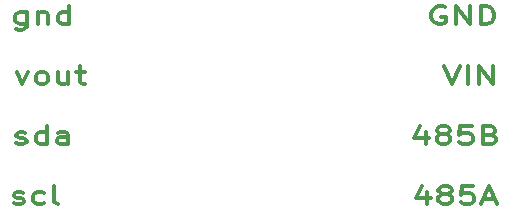
<source format=gbr>
G04 (created by PCBNEW (2013-07-07 BZR 4022)-stable) date 30.7.2014 11:24:54*
%MOIN*%
G04 Gerber Fmt 3.4, Leading zero omitted, Abs format*
%FSLAX34Y34*%
G01*
G70*
G90*
G04 APERTURE LIST*
%ADD10C,0.00590551*%
%ADD11C,0.011811*%
G04 APERTURE END LIST*
G54D10*
G54D11*
X15537Y-18210D02*
X15612Y-18239D01*
X15762Y-18239D01*
X15837Y-18210D01*
X15875Y-18154D01*
X15875Y-18126D01*
X15837Y-18070D01*
X15762Y-18042D01*
X15650Y-18042D01*
X15575Y-18014D01*
X15537Y-17957D01*
X15537Y-17929D01*
X15575Y-17873D01*
X15650Y-17845D01*
X15762Y-17845D01*
X15837Y-17873D01*
X16549Y-18210D02*
X16474Y-18239D01*
X16324Y-18239D01*
X16250Y-18210D01*
X16212Y-18182D01*
X16175Y-18126D01*
X16175Y-17957D01*
X16212Y-17901D01*
X16250Y-17873D01*
X16324Y-17845D01*
X16474Y-17845D01*
X16549Y-17873D01*
X16999Y-18239D02*
X16924Y-18210D01*
X16887Y-18154D01*
X16887Y-17648D01*
X15618Y-16210D02*
X15693Y-16239D01*
X15843Y-16239D01*
X15918Y-16210D01*
X15956Y-16154D01*
X15956Y-16126D01*
X15918Y-16070D01*
X15843Y-16042D01*
X15731Y-16042D01*
X15656Y-16014D01*
X15618Y-15957D01*
X15618Y-15929D01*
X15656Y-15873D01*
X15731Y-15845D01*
X15843Y-15845D01*
X15918Y-15873D01*
X16631Y-16239D02*
X16631Y-15648D01*
X16631Y-16210D02*
X16556Y-16239D01*
X16406Y-16239D01*
X16331Y-16210D01*
X16293Y-16182D01*
X16256Y-16126D01*
X16256Y-15957D01*
X16293Y-15901D01*
X16331Y-15873D01*
X16406Y-15845D01*
X16556Y-15845D01*
X16631Y-15873D01*
X17343Y-16239D02*
X17343Y-15929D01*
X17306Y-15873D01*
X17231Y-15845D01*
X17081Y-15845D01*
X17006Y-15873D01*
X17343Y-16210D02*
X17268Y-16239D01*
X17081Y-16239D01*
X17006Y-16210D01*
X16968Y-16154D01*
X16968Y-16098D01*
X17006Y-16042D01*
X17081Y-16014D01*
X17268Y-16014D01*
X17343Y-15985D01*
X15625Y-13845D02*
X15812Y-14239D01*
X16000Y-13845D01*
X16412Y-14239D02*
X16337Y-14210D01*
X16300Y-14182D01*
X16262Y-14126D01*
X16262Y-13957D01*
X16300Y-13901D01*
X16337Y-13873D01*
X16412Y-13845D01*
X16525Y-13845D01*
X16600Y-13873D01*
X16637Y-13901D01*
X16675Y-13957D01*
X16675Y-14126D01*
X16637Y-14182D01*
X16600Y-14210D01*
X16525Y-14239D01*
X16412Y-14239D01*
X17349Y-13845D02*
X17349Y-14239D01*
X17012Y-13845D02*
X17012Y-14154D01*
X17049Y-14210D01*
X17124Y-14239D01*
X17237Y-14239D01*
X17312Y-14210D01*
X17349Y-14182D01*
X17612Y-13845D02*
X17912Y-13845D01*
X17724Y-13648D02*
X17724Y-14154D01*
X17762Y-14210D01*
X17837Y-14239D01*
X17912Y-14239D01*
X15956Y-11845D02*
X15956Y-12323D01*
X15918Y-12379D01*
X15881Y-12407D01*
X15806Y-12435D01*
X15693Y-12435D01*
X15618Y-12407D01*
X15956Y-12210D02*
X15881Y-12239D01*
X15731Y-12239D01*
X15656Y-12210D01*
X15618Y-12182D01*
X15581Y-12126D01*
X15581Y-11957D01*
X15618Y-11901D01*
X15656Y-11873D01*
X15731Y-11845D01*
X15881Y-11845D01*
X15956Y-11873D01*
X16331Y-11845D02*
X16331Y-12239D01*
X16331Y-11901D02*
X16368Y-11873D01*
X16443Y-11845D01*
X16556Y-11845D01*
X16631Y-11873D01*
X16668Y-11929D01*
X16668Y-12239D01*
X17381Y-12239D02*
X17381Y-11648D01*
X17381Y-12210D02*
X17306Y-12239D01*
X17156Y-12239D01*
X17081Y-12210D01*
X17043Y-12182D01*
X17006Y-12126D01*
X17006Y-11957D01*
X17043Y-11901D01*
X17081Y-11873D01*
X17156Y-11845D01*
X17306Y-11845D01*
X17381Y-11873D01*
X29900Y-11676D02*
X29825Y-11648D01*
X29712Y-11648D01*
X29600Y-11676D01*
X29525Y-11732D01*
X29487Y-11789D01*
X29450Y-11901D01*
X29450Y-11985D01*
X29487Y-12098D01*
X29525Y-12154D01*
X29600Y-12210D01*
X29712Y-12239D01*
X29787Y-12239D01*
X29900Y-12210D01*
X29937Y-12182D01*
X29937Y-11985D01*
X29787Y-11985D01*
X30275Y-12239D02*
X30275Y-11648D01*
X30724Y-12239D01*
X30724Y-11648D01*
X31099Y-12239D02*
X31099Y-11648D01*
X31287Y-11648D01*
X31399Y-11676D01*
X31474Y-11732D01*
X31512Y-11789D01*
X31549Y-11901D01*
X31549Y-11985D01*
X31512Y-12098D01*
X31474Y-12154D01*
X31399Y-12210D01*
X31287Y-12239D01*
X31099Y-12239D01*
X29887Y-13648D02*
X30150Y-14239D01*
X30412Y-13648D01*
X30675Y-14239D02*
X30675Y-13648D01*
X31049Y-14239D02*
X31049Y-13648D01*
X31499Y-14239D01*
X31499Y-13648D01*
X29256Y-15845D02*
X29256Y-16239D01*
X29068Y-15620D02*
X28881Y-16042D01*
X29368Y-16042D01*
X29781Y-15901D02*
X29706Y-15873D01*
X29668Y-15845D01*
X29631Y-15789D01*
X29631Y-15760D01*
X29668Y-15704D01*
X29706Y-15676D01*
X29781Y-15648D01*
X29931Y-15648D01*
X30006Y-15676D01*
X30043Y-15704D01*
X30081Y-15760D01*
X30081Y-15789D01*
X30043Y-15845D01*
X30006Y-15873D01*
X29931Y-15901D01*
X29781Y-15901D01*
X29706Y-15929D01*
X29668Y-15957D01*
X29631Y-16014D01*
X29631Y-16126D01*
X29668Y-16182D01*
X29706Y-16210D01*
X29781Y-16239D01*
X29931Y-16239D01*
X30006Y-16210D01*
X30043Y-16182D01*
X30081Y-16126D01*
X30081Y-16014D01*
X30043Y-15957D01*
X30006Y-15929D01*
X29931Y-15901D01*
X30793Y-15648D02*
X30418Y-15648D01*
X30381Y-15929D01*
X30418Y-15901D01*
X30493Y-15873D01*
X30681Y-15873D01*
X30756Y-15901D01*
X30793Y-15929D01*
X30831Y-15985D01*
X30831Y-16126D01*
X30793Y-16182D01*
X30756Y-16210D01*
X30681Y-16239D01*
X30493Y-16239D01*
X30418Y-16210D01*
X30381Y-16182D01*
X31431Y-15929D02*
X31543Y-15957D01*
X31581Y-15985D01*
X31618Y-16042D01*
X31618Y-16126D01*
X31581Y-16182D01*
X31543Y-16210D01*
X31468Y-16239D01*
X31168Y-16239D01*
X31168Y-15648D01*
X31431Y-15648D01*
X31506Y-15676D01*
X31543Y-15704D01*
X31581Y-15760D01*
X31581Y-15817D01*
X31543Y-15873D01*
X31506Y-15901D01*
X31431Y-15929D01*
X31168Y-15929D01*
X29312Y-17845D02*
X29312Y-18239D01*
X29125Y-17620D02*
X28937Y-18042D01*
X29425Y-18042D01*
X29837Y-17901D02*
X29762Y-17873D01*
X29725Y-17845D01*
X29687Y-17789D01*
X29687Y-17760D01*
X29725Y-17704D01*
X29762Y-17676D01*
X29837Y-17648D01*
X29987Y-17648D01*
X30062Y-17676D01*
X30100Y-17704D01*
X30137Y-17760D01*
X30137Y-17789D01*
X30100Y-17845D01*
X30062Y-17873D01*
X29987Y-17901D01*
X29837Y-17901D01*
X29762Y-17929D01*
X29725Y-17957D01*
X29687Y-18014D01*
X29687Y-18126D01*
X29725Y-18182D01*
X29762Y-18210D01*
X29837Y-18239D01*
X29987Y-18239D01*
X30062Y-18210D01*
X30100Y-18182D01*
X30137Y-18126D01*
X30137Y-18014D01*
X30100Y-17957D01*
X30062Y-17929D01*
X29987Y-17901D01*
X30849Y-17648D02*
X30474Y-17648D01*
X30437Y-17929D01*
X30474Y-17901D01*
X30549Y-17873D01*
X30737Y-17873D01*
X30812Y-17901D01*
X30849Y-17929D01*
X30887Y-17985D01*
X30887Y-18126D01*
X30849Y-18182D01*
X30812Y-18210D01*
X30737Y-18239D01*
X30549Y-18239D01*
X30474Y-18210D01*
X30437Y-18182D01*
X31187Y-18070D02*
X31562Y-18070D01*
X31112Y-18239D02*
X31374Y-17648D01*
X31637Y-18239D01*
M02*

</source>
